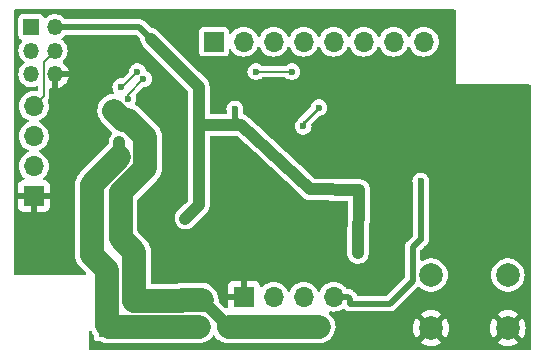
<source format=gbl>
G04 #@! TF.GenerationSoftware,KiCad,Pcbnew,7.0.1-3b83917a11~172~ubuntu20.04.1*
G04 #@! TF.CreationDate,2023-03-25T03:05:00+01:00*
G04 #@! TF.ProjectId,C64Saver2-addon,43363453-6176-4657-9232-2d6164646f6e,1.4*
G04 #@! TF.SameCoordinates,Original*
G04 #@! TF.FileFunction,Copper,L2,Bot*
G04 #@! TF.FilePolarity,Positive*
%FSLAX46Y46*%
G04 Gerber Fmt 4.6, Leading zero omitted, Abs format (unit mm)*
G04 Created by KiCad (PCBNEW 7.0.1-3b83917a11~172~ubuntu20.04.1) date 2023-03-25 03:05:00*
%MOMM*%
%LPD*%
G01*
G04 APERTURE LIST*
G04 #@! TA.AperFunction,ComponentPad*
%ADD10C,2.000000*%
G04 #@! TD*
G04 #@! TA.AperFunction,ComponentPad*
%ADD11R,1.700000X1.700000*%
G04 #@! TD*
G04 #@! TA.AperFunction,ComponentPad*
%ADD12O,1.700000X1.700000*%
G04 #@! TD*
G04 #@! TA.AperFunction,ComponentPad*
%ADD13R,1.350000X1.350000*%
G04 #@! TD*
G04 #@! TA.AperFunction,ComponentPad*
%ADD14O,1.350000X1.350000*%
G04 #@! TD*
G04 #@! TA.AperFunction,ViaPad*
%ADD15C,0.600000*%
G04 #@! TD*
G04 #@! TA.AperFunction,Conductor*
%ADD16C,0.500000*%
G04 #@! TD*
G04 #@! TA.AperFunction,Conductor*
%ADD17C,1.000000*%
G04 #@! TD*
G04 #@! TA.AperFunction,Conductor*
%ADD18C,0.250000*%
G04 #@! TD*
G04 #@! TA.AperFunction,Conductor*
%ADD19C,0.127000*%
G04 #@! TD*
G04 #@! TA.AperFunction,Conductor*
%ADD20C,2.000000*%
G04 #@! TD*
G04 APERTURE END LIST*
D10*
X182372000Y-110617000D03*
X175872000Y-110617000D03*
X182372000Y-106117000D03*
X175872000Y-106117000D03*
D11*
X142240000Y-99441000D03*
D12*
X142240000Y-96901000D03*
X142240000Y-94361000D03*
X142240000Y-91821000D03*
D11*
X157480000Y-86360000D03*
D12*
X160020000Y-86360000D03*
X162560000Y-86360000D03*
X165100000Y-86360000D03*
X167640000Y-86360000D03*
X170180000Y-86360000D03*
X172720000Y-86360000D03*
X175260000Y-86360000D03*
D11*
X148590000Y-110490000D03*
D12*
X151130000Y-110490000D03*
X153670000Y-110490000D03*
X156210000Y-110490000D03*
X158750000Y-110490000D03*
X161290000Y-110490000D03*
X163830000Y-110490000D03*
X166370000Y-110490000D03*
D11*
X160020000Y-107950000D03*
D12*
X162560000Y-107950000D03*
X165100000Y-107950000D03*
X167640000Y-107950000D03*
D13*
X142018000Y-85122000D03*
D14*
X144018000Y-85122000D03*
X142018000Y-87122000D03*
X144018000Y-87122000D03*
X142018000Y-89122000D03*
X144018000Y-89122000D03*
D15*
X152146000Y-86106000D03*
X159250326Y-92075000D03*
X169672000Y-104267000D03*
X156210000Y-94488000D03*
X169799000Y-98933000D03*
X155067000Y-101346000D03*
X166370000Y-91948000D03*
X165039058Y-93532942D03*
X161036000Y-88900000D03*
X164084000Y-88900000D03*
X150202809Y-91195548D03*
X151522215Y-89523785D03*
X149479000Y-94869000D03*
X149479000Y-96139000D03*
X149796283Y-92964000D03*
X149034283Y-92202000D03*
X159766000Y-89916000D03*
X153187400Y-84836000D03*
X163576000Y-98806000D03*
X165481000Y-95250000D03*
X164084000Y-99314000D03*
X154813000Y-94869000D03*
X165100000Y-96266000D03*
X157607000Y-94996000D03*
X154686000Y-96647000D03*
X154813000Y-91440000D03*
X158750000Y-95123000D03*
X159367898Y-99204102D03*
X172654000Y-104714000D03*
X160404486Y-98570729D03*
X153924000Y-103505000D03*
X175006000Y-103060500D03*
X175006000Y-98171000D03*
X151003000Y-88900000D03*
X149606000Y-90170000D03*
D16*
X144018000Y-85122000D02*
X151162000Y-85122000D01*
X159250326Y-92892826D02*
X159766000Y-93408500D01*
D17*
X156210000Y-93408500D02*
X156210000Y-100203000D01*
X156210000Y-90170000D02*
X156210000Y-92202000D01*
X165633400Y-98882200D02*
X159766000Y-93408500D01*
X169799000Y-98933000D02*
X169672000Y-104267000D01*
D16*
X159250326Y-92075000D02*
X159250326Y-92892826D01*
D17*
X169799000Y-98933000D02*
X165633400Y-98882200D01*
X156210000Y-92202000D02*
X156210000Y-93408500D01*
X156210000Y-93408500D02*
X156210000Y-93027500D01*
X152146000Y-86106000D02*
X156210000Y-90170000D01*
X156210000Y-100203000D02*
X155067000Y-101346000D01*
X156210000Y-93408500D02*
X159766000Y-93408500D01*
D16*
X151162000Y-85122000D02*
X152146000Y-86106000D01*
D18*
X165039058Y-93532942D02*
X165039058Y-93278942D01*
X165039058Y-93278942D02*
X166370000Y-91948000D01*
D19*
X144018000Y-87122000D02*
X143079500Y-88060500D01*
X143079500Y-90981500D02*
X142240000Y-91821000D01*
X164084000Y-88900000D02*
X161036000Y-88900000D01*
X143079500Y-88060500D02*
X143079500Y-90981500D01*
X151522215Y-89523785D02*
X150202809Y-90843191D01*
X150202809Y-90843191D02*
X150202809Y-91195548D01*
D20*
X147151989Y-104416274D02*
X148422499Y-105686784D01*
X156210000Y-110490000D02*
X153670000Y-110490000D01*
X151130000Y-110490000D02*
X148590000Y-110490000D01*
X148422499Y-105686784D02*
X148422499Y-110322499D01*
X153670000Y-110490000D02*
X151130000Y-110490000D01*
D17*
X149479000Y-94869000D02*
X149479000Y-96139000D01*
D20*
X148422499Y-110322499D02*
X148590000Y-110490000D01*
X147151989Y-98466011D02*
X147151989Y-104416274D01*
X149479000Y-96139000D02*
X147151989Y-98466011D01*
X149606000Y-99123283D02*
X151679010Y-97050273D01*
X156464000Y-108204000D02*
X154813000Y-108204000D01*
X150220547Y-92964000D02*
X149796283Y-92964000D01*
X150749000Y-104140000D02*
X149606000Y-102997000D01*
X154813000Y-108204000D02*
X154727000Y-108290000D01*
X154727000Y-108290000D02*
X150749000Y-108290000D01*
X149796283Y-92964000D02*
X149034283Y-92202000D01*
X166370000Y-110490000D02*
X163830000Y-110490000D01*
X151679010Y-97050273D02*
X151679010Y-94422463D01*
X151679010Y-94422463D02*
X150220547Y-92964000D01*
X150749000Y-108290000D02*
X150749000Y-104140000D01*
D17*
X158750000Y-110490000D02*
X156464000Y-108204000D01*
D20*
X163830000Y-110490000D02*
X161290000Y-110490000D01*
X161290000Y-110490000D02*
X158750000Y-110490000D01*
X149606000Y-102997000D02*
X149606000Y-99123283D01*
D16*
X174307500Y-106614314D02*
X172371823Y-108549991D01*
X174307500Y-103759000D02*
X174307500Y-106614314D01*
X175006000Y-98171000D02*
X175006000Y-103060500D01*
X175006000Y-103060500D02*
X174307500Y-103759000D01*
X168842081Y-107950000D02*
X167640000Y-107950000D01*
X169037000Y-108144919D02*
X168842081Y-107950000D01*
X172371823Y-108549991D02*
X169037000Y-108549991D01*
X169037000Y-108549991D02*
X169037000Y-108144919D01*
D19*
X151003000Y-88900000D02*
X149733000Y-90170000D01*
X149733000Y-90170000D02*
X149606000Y-90170000D01*
G04 #@! TA.AperFunction,Conductor*
G36*
X177915500Y-83658381D02*
G01*
X177961619Y-83704500D01*
X177978500Y-83767500D01*
X177978500Y-89870470D01*
X177976586Y-89892350D01*
X177974875Y-89902047D01*
X177976586Y-89911746D01*
X177978128Y-89929373D01*
X177982707Y-89946467D01*
X177984418Y-89956171D01*
X177987935Y-89962262D01*
X177992452Y-89967645D01*
X178000982Y-89972570D01*
X178018972Y-89985167D01*
X178026518Y-89991499D01*
X178026519Y-89991499D01*
X178026520Y-89991500D01*
X178026521Y-89991500D01*
X178033123Y-89993903D01*
X178040047Y-89995124D01*
X178040047Y-89995123D01*
X178040048Y-89995124D01*
X178049746Y-89993413D01*
X178071625Y-89991500D01*
X184202500Y-89991500D01*
X184265500Y-90008381D01*
X184311619Y-90054500D01*
X184328500Y-90117500D01*
X184328500Y-112320500D01*
X184311619Y-112383500D01*
X184265500Y-112429619D01*
X184202500Y-112446500D01*
X147013500Y-112446500D01*
X146950500Y-112429619D01*
X146904381Y-112383500D01*
X146887500Y-112320500D01*
X146887500Y-110932930D01*
X146905375Y-110868239D01*
X146953927Y-110821903D01*
X147019382Y-110807067D01*
X147083167Y-110827942D01*
X147127187Y-110878605D01*
X147144608Y-110915062D01*
X147145736Y-110917488D01*
X147188412Y-111011899D01*
X147191587Y-111016597D01*
X147200881Y-111032827D01*
X147203324Y-111037940D01*
X147263156Y-111122537D01*
X147264677Y-111124737D01*
X147309892Y-111191635D01*
X147325977Y-111225296D01*
X147331500Y-111262191D01*
X147331500Y-111372146D01*
X147339701Y-111423925D01*
X147346651Y-111467807D01*
X147368429Y-111510549D01*
X147405398Y-111583105D01*
X147496894Y-111674601D01*
X147496896Y-111674602D01*
X147496897Y-111674603D01*
X147612193Y-111733349D01*
X147707851Y-111748500D01*
X147917393Y-111748499D01*
X147970063Y-111762812D01*
X147970495Y-111761669D01*
X147985830Y-111767456D01*
X148002792Y-111775341D01*
X148007740Y-111778105D01*
X148105464Y-111812633D01*
X148107879Y-111813515D01*
X148204850Y-111850111D01*
X148210414Y-111851187D01*
X148228459Y-111856090D01*
X148233806Y-111857980D01*
X148333758Y-111875118D01*
X148335915Y-111875488D01*
X148338546Y-111875968D01*
X148365189Y-111881120D01*
X148440250Y-111895638D01*
X148445922Y-111895758D01*
X148464529Y-111897541D01*
X148470119Y-111898500D01*
X148573704Y-111898500D01*
X148576377Y-111898527D01*
X148679957Y-111900727D01*
X148683013Y-111900269D01*
X148685564Y-111899888D01*
X148704214Y-111898500D01*
X156269828Y-111898500D01*
X156448898Y-111883259D01*
X156478743Y-111875488D01*
X156680924Y-111822844D01*
X156899402Y-111724086D01*
X157098047Y-111589825D01*
X157271144Y-111423925D01*
X157378469Y-111278811D01*
X157425447Y-111240050D01*
X157485120Y-111227851D01*
X157543543Y-111245066D01*
X157587065Y-111287675D01*
X157613477Y-111330571D01*
X157771878Y-111510549D01*
X157861734Y-111583103D01*
X157958424Y-111661175D01*
X158063081Y-111719639D01*
X158167741Y-111778106D01*
X158294362Y-111822844D01*
X158393806Y-111857980D01*
X158630119Y-111898500D01*
X161170119Y-111898500D01*
X161349827Y-111898500D01*
X163710119Y-111898500D01*
X163889827Y-111898500D01*
X166429827Y-111898500D01*
X166429828Y-111898500D01*
X166608898Y-111883259D01*
X166638743Y-111875488D01*
X166736239Y-111850102D01*
X174998107Y-111850102D01*
X175185261Y-111964791D01*
X175404559Y-112055627D01*
X175635366Y-112111039D01*
X175872000Y-112129662D01*
X176108633Y-112111039D01*
X176339440Y-112055627D01*
X176558738Y-111964791D01*
X176745891Y-111850102D01*
X181498107Y-111850102D01*
X181685261Y-111964791D01*
X181904559Y-112055627D01*
X182135366Y-112111039D01*
X182372000Y-112129662D01*
X182608633Y-112111039D01*
X182839440Y-112055627D01*
X183058738Y-111964791D01*
X183245891Y-111850102D01*
X183245892Y-111850101D01*
X182372001Y-110976210D01*
X182372000Y-110976210D01*
X181498107Y-111850101D01*
X181498107Y-111850102D01*
X176745891Y-111850102D01*
X176745892Y-111850101D01*
X175872001Y-110976210D01*
X175872000Y-110976210D01*
X174998107Y-111850101D01*
X174998107Y-111850102D01*
X166736239Y-111850102D01*
X166840924Y-111822844D01*
X167059402Y-111724086D01*
X167258047Y-111589825D01*
X167431144Y-111423925D01*
X167573715Y-111231157D01*
X167681657Y-111017067D01*
X167751864Y-110787815D01*
X167773738Y-110617000D01*
X174359337Y-110617000D01*
X174377960Y-110853633D01*
X174433372Y-111084440D01*
X174524208Y-111303738D01*
X174638896Y-111490891D01*
X174638897Y-111490891D01*
X175512789Y-110617001D01*
X176231210Y-110617001D01*
X177105101Y-111490892D01*
X177105102Y-111490891D01*
X177219791Y-111303738D01*
X177310627Y-111084440D01*
X177366039Y-110853633D01*
X177384662Y-110617000D01*
X180859337Y-110617000D01*
X180877960Y-110853633D01*
X180933372Y-111084440D01*
X181024208Y-111303738D01*
X181138896Y-111490891D01*
X181138897Y-111490891D01*
X182012789Y-110617001D01*
X182731210Y-110617001D01*
X183605101Y-111490892D01*
X183605102Y-111490891D01*
X183719791Y-111303738D01*
X183810627Y-111084440D01*
X183866039Y-110853633D01*
X183884662Y-110617000D01*
X183866039Y-110380366D01*
X183810627Y-110149559D01*
X183719791Y-109930261D01*
X183605102Y-109743107D01*
X183605101Y-109743107D01*
X182731210Y-110617000D01*
X182731210Y-110617001D01*
X182012789Y-110617001D01*
X182012790Y-110617000D01*
X182012790Y-110616999D01*
X181138898Y-109743107D01*
X181138896Y-109743107D01*
X181024207Y-109930264D01*
X180933372Y-110149559D01*
X180877960Y-110380366D01*
X180859337Y-110617000D01*
X177384662Y-110617000D01*
X177366039Y-110380366D01*
X177310627Y-110149559D01*
X177219791Y-109930261D01*
X177105102Y-109743107D01*
X177105101Y-109743107D01*
X176231210Y-110617000D01*
X176231210Y-110617001D01*
X175512789Y-110617001D01*
X175512790Y-110617000D01*
X175512790Y-110616999D01*
X174638898Y-109743107D01*
X174638896Y-109743107D01*
X174524207Y-109930264D01*
X174433372Y-110149559D01*
X174377960Y-110380366D01*
X174359337Y-110617000D01*
X167773738Y-110617000D01*
X167782318Y-110549995D01*
X167772143Y-110310449D01*
X167721630Y-110076068D01*
X167632233Y-109853596D01*
X167506524Y-109649431D01*
X167506523Y-109649430D01*
X167506522Y-109649428D01*
X167348120Y-109469450D01*
X167264567Y-109401984D01*
X167251679Y-109383898D01*
X174998107Y-109383898D01*
X175871999Y-110257790D01*
X175872000Y-110257790D01*
X176745890Y-109383898D01*
X181498107Y-109383898D01*
X182371999Y-110257790D01*
X182372000Y-110257790D01*
X183245891Y-109383897D01*
X183245891Y-109383896D01*
X183058738Y-109269208D01*
X182839440Y-109178372D01*
X182608633Y-109122960D01*
X182372000Y-109104337D01*
X182135366Y-109122960D01*
X181904559Y-109178372D01*
X181685264Y-109269207D01*
X181498107Y-109383896D01*
X181498107Y-109383898D01*
X176745890Y-109383898D01*
X176745891Y-109383897D01*
X176745891Y-109383896D01*
X176558738Y-109269208D01*
X176339440Y-109178372D01*
X176108633Y-109122960D01*
X175872000Y-109104337D01*
X175635366Y-109122960D01*
X175404559Y-109178372D01*
X175185264Y-109269207D01*
X174998107Y-109383896D01*
X174998107Y-109383898D01*
X167251679Y-109383898D01*
X167225220Y-109346766D01*
X167220188Y-109279151D01*
X167250928Y-109218717D01*
X167308538Y-109182964D01*
X167376334Y-109182246D01*
X167420629Y-109194115D01*
X167640000Y-109213307D01*
X167859371Y-109194115D01*
X167860036Y-109193937D01*
X167907424Y-109181239D01*
X168072076Y-109137120D01*
X168271654Y-109044056D01*
X168375932Y-108971039D01*
X168436489Y-108948798D01*
X168500119Y-108959445D01*
X168550138Y-109000191D01*
X168553158Y-109004348D01*
X168598254Y-109041654D01*
X168604190Y-109046886D01*
X168646867Y-109086963D01*
X168652087Y-109089833D01*
X168654781Y-109091314D01*
X168674394Y-109104642D01*
X168681354Y-109110400D01*
X168698294Y-109118371D01*
X168734320Y-109135324D01*
X168741374Y-109138918D01*
X168749112Y-109143172D01*
X168792663Y-109167115D01*
X168801405Y-109169359D01*
X168823718Y-109177392D01*
X168831895Y-109181240D01*
X168889414Y-109192211D01*
X168897116Y-109193933D01*
X168953812Y-109208491D01*
X168962844Y-109208491D01*
X168986452Y-109210722D01*
X168995324Y-109212415D01*
X168995324Y-109212414D01*
X168995325Y-109212415D01*
X169053735Y-109208740D01*
X169061648Y-109208491D01*
X172285212Y-109208491D01*
X172306697Y-109210862D01*
X172309357Y-109210778D01*
X172309360Y-109210779D01*
X172380192Y-109208552D01*
X172384150Y-109208491D01*
X172413257Y-109208491D01*
X172417648Y-109207936D01*
X172429485Y-109207003D01*
X172475654Y-109205553D01*
X172487235Y-109202188D01*
X172496241Y-109199572D01*
X172515603Y-109195561D01*
X172536887Y-109192873D01*
X172579855Y-109175860D01*
X172591054Y-109172026D01*
X172635423Y-109159136D01*
X172653887Y-109148215D01*
X172671630Y-109139523D01*
X172691579Y-109131626D01*
X172728971Y-109104457D01*
X172738848Y-109097969D01*
X172778630Y-109074444D01*
X172793797Y-109059276D01*
X172808829Y-109046438D01*
X172826177Y-109033834D01*
X172826176Y-109033834D01*
X172826180Y-109033832D01*
X172855635Y-108998224D01*
X172863604Y-108989468D01*
X174711887Y-107141185D01*
X174733477Y-107123891D01*
X174739900Y-107119816D01*
X174794655Y-107100856D01*
X174852106Y-107108408D01*
X174900100Y-107140872D01*
X174914780Y-107156818D01*
X175098983Y-107300190D01*
X175304273Y-107411287D01*
X175525049Y-107487080D01*
X175755288Y-107525500D01*
X175988709Y-107525500D01*
X175988712Y-107525500D01*
X176218951Y-107487080D01*
X176439727Y-107411287D01*
X176645017Y-107300190D01*
X176829220Y-107156818D01*
X176987314Y-106985083D01*
X177114984Y-106789669D01*
X177208749Y-106575907D01*
X177266051Y-106349626D01*
X177285327Y-106117000D01*
X180958673Y-106117000D01*
X180977949Y-106349626D01*
X180977949Y-106349629D01*
X180977950Y-106349630D01*
X181035250Y-106575905D01*
X181129016Y-106789669D01*
X181172315Y-106855944D01*
X181256686Y-106985083D01*
X181414780Y-107156818D01*
X181598983Y-107300190D01*
X181804273Y-107411287D01*
X182025049Y-107487080D01*
X182255288Y-107525500D01*
X182488709Y-107525500D01*
X182488712Y-107525500D01*
X182718951Y-107487080D01*
X182939727Y-107411287D01*
X183145017Y-107300190D01*
X183329220Y-107156818D01*
X183487314Y-106985083D01*
X183614984Y-106789669D01*
X183708749Y-106575907D01*
X183766051Y-106349626D01*
X183785327Y-106117000D01*
X183766051Y-105884374D01*
X183708749Y-105658093D01*
X183614984Y-105444331D01*
X183487314Y-105248917D01*
X183329220Y-105077182D01*
X183145017Y-104933810D01*
X183092032Y-104905136D01*
X182939726Y-104822712D01*
X182790275Y-104771405D01*
X182718951Y-104746920D01*
X182488712Y-104708500D01*
X182255288Y-104708500D01*
X182025049Y-104746920D01*
X182025046Y-104746920D01*
X182025046Y-104746921D01*
X181804273Y-104822712D01*
X181598984Y-104933809D01*
X181414779Y-105077182D01*
X181256684Y-105248919D01*
X181129016Y-105444330D01*
X181035250Y-105658094D01*
X180978701Y-105881405D01*
X180977949Y-105884374D01*
X180958673Y-106117000D01*
X177285327Y-106117000D01*
X177266051Y-105884374D01*
X177208749Y-105658093D01*
X177114984Y-105444331D01*
X176987314Y-105248917D01*
X176829220Y-105077182D01*
X176645017Y-104933810D01*
X176592032Y-104905136D01*
X176439726Y-104822712D01*
X176290275Y-104771405D01*
X176218951Y-104746920D01*
X175988712Y-104708500D01*
X175755288Y-104708500D01*
X175525049Y-104746920D01*
X175525046Y-104746920D01*
X175525046Y-104746921D01*
X175304273Y-104822712D01*
X175241712Y-104856569D01*
X175151967Y-104905136D01*
X175089396Y-104920295D01*
X175027503Y-104902563D01*
X174982449Y-104856569D01*
X174966000Y-104794322D01*
X174966000Y-104083951D01*
X174975591Y-104035733D01*
X175002904Y-103994856D01*
X175029641Y-103968118D01*
X175268362Y-103729396D01*
X175298899Y-103706926D01*
X175411430Y-103647867D01*
X175540215Y-103533773D01*
X175637954Y-103392175D01*
X175698965Y-103231301D01*
X175719704Y-103060500D01*
X175698965Y-102889699D01*
X175672688Y-102820412D01*
X175664500Y-102775732D01*
X175664500Y-98455768D01*
X175672688Y-98411088D01*
X175697323Y-98346130D01*
X175698965Y-98341801D01*
X175719704Y-98171000D01*
X175698965Y-98000199D01*
X175678696Y-97946753D01*
X175637955Y-97839327D01*
X175637954Y-97839325D01*
X175540215Y-97697727D01*
X175411430Y-97583633D01*
X175318562Y-97534892D01*
X175259085Y-97503676D01*
X175259084Y-97503675D01*
X175259083Y-97503675D01*
X175092028Y-97462500D01*
X174919972Y-97462500D01*
X174752917Y-97503675D01*
X174752916Y-97503675D01*
X174752914Y-97503676D01*
X174600571Y-97583632D01*
X174545373Y-97632533D01*
X174471785Y-97697727D01*
X174439205Y-97744926D01*
X174374044Y-97839327D01*
X174313034Y-98000199D01*
X174292296Y-98171000D01*
X174313034Y-98341800D01*
X174339312Y-98411088D01*
X174347500Y-98455768D01*
X174347500Y-102735550D01*
X174337909Y-102783768D01*
X174310595Y-102824646D01*
X173903109Y-103232129D01*
X173886241Y-103245643D01*
X173835894Y-103299257D01*
X173833144Y-103302095D01*
X173812570Y-103322670D01*
X173809843Y-103326185D01*
X173802150Y-103335191D01*
X173770527Y-103368868D01*
X173760190Y-103387668D01*
X173749344Y-103404179D01*
X173736195Y-103421131D01*
X173717850Y-103463524D01*
X173712630Y-103474179D01*
X173690376Y-103514660D01*
X173685042Y-103535435D01*
X173678639Y-103554135D01*
X173670120Y-103573820D01*
X173662893Y-103619452D01*
X173660486Y-103631073D01*
X173649000Y-103675811D01*
X173649000Y-103697259D01*
X173647449Y-103716970D01*
X173644094Y-103738152D01*
X173648441Y-103784138D01*
X173649000Y-103795996D01*
X173649000Y-106289364D01*
X173639409Y-106337582D01*
X173612095Y-106378459D01*
X172135968Y-107854586D01*
X172095091Y-107881900D01*
X172046873Y-107891491D01*
X169730526Y-107891491D01*
X169681707Y-107881649D01*
X169640514Y-107853661D01*
X169629605Y-107836869D01*
X169627992Y-107838042D01*
X169618635Y-107825164D01*
X169618635Y-107825163D01*
X169591473Y-107787779D01*
X169584964Y-107777869D01*
X169561453Y-107738112D01*
X169546288Y-107722947D01*
X169533447Y-107707913D01*
X169520840Y-107690561D01*
X169485246Y-107661115D01*
X169476467Y-107653126D01*
X169368955Y-107545614D01*
X169355437Y-107528742D01*
X169301823Y-107478395D01*
X169299011Y-107475670D01*
X169278414Y-107455073D01*
X169274909Y-107452354D01*
X169265884Y-107444646D01*
X169232212Y-107413026D01*
X169213419Y-107402694D01*
X169196898Y-107391842D01*
X169179951Y-107378697D01*
X169144674Y-107363431D01*
X169137540Y-107360343D01*
X169126899Y-107355130D01*
X169086418Y-107332876D01*
X169086415Y-107332875D01*
X169065649Y-107327543D01*
X169046945Y-107321139D01*
X169027259Y-107312620D01*
X168981633Y-107305394D01*
X168970009Y-107302987D01*
X168953261Y-107298687D01*
X168925269Y-107291500D01*
X168925268Y-107291500D01*
X168903822Y-107291500D01*
X168884113Y-107289949D01*
X168862929Y-107286594D01*
X168862928Y-107286594D01*
X168842851Y-107288491D01*
X168816940Y-107290941D01*
X168805085Y-107291500D01*
X168780849Y-107291500D01*
X168722669Y-107277263D01*
X168677636Y-107237771D01*
X168631912Y-107172471D01*
X168607749Y-107137962D01*
X168607748Y-107137961D01*
X168607746Y-107137958D01*
X168452041Y-106982253D01*
X168271653Y-106855943D01*
X168072074Y-106762879D01*
X167859375Y-106705885D01*
X167640000Y-106686693D01*
X167420624Y-106705885D01*
X167207925Y-106762879D01*
X167008347Y-106855943D01*
X166827958Y-106982253D01*
X166672253Y-107137958D01*
X166545944Y-107318345D01*
X166484195Y-107450769D01*
X166437700Y-107503786D01*
X166370000Y-107523519D01*
X166302300Y-107503786D01*
X166255805Y-107450769D01*
X166237394Y-107411287D01*
X166194056Y-107318347D01*
X166184986Y-107305394D01*
X166067746Y-107137958D01*
X165912041Y-106982253D01*
X165731653Y-106855943D01*
X165532074Y-106762879D01*
X165319375Y-106705885D01*
X165100000Y-106686693D01*
X164880624Y-106705885D01*
X164667925Y-106762879D01*
X164468347Y-106855943D01*
X164287958Y-106982253D01*
X164132253Y-107137958D01*
X164005944Y-107318345D01*
X163944195Y-107450769D01*
X163897700Y-107503786D01*
X163830000Y-107523519D01*
X163762300Y-107503786D01*
X163715805Y-107450769D01*
X163697394Y-107411287D01*
X163654056Y-107318347D01*
X163644986Y-107305394D01*
X163527746Y-107137958D01*
X163372041Y-106982253D01*
X163191653Y-106855943D01*
X162992074Y-106762879D01*
X162779375Y-106705885D01*
X162560000Y-106686693D01*
X162340624Y-106705885D01*
X162127925Y-106762879D01*
X161928347Y-106855943D01*
X161747958Y-106982253D01*
X161593095Y-107137117D01*
X161542936Y-107167855D01*
X161484289Y-107172471D01*
X161429939Y-107149958D01*
X161391733Y-107105225D01*
X161380382Y-107057947D01*
X161378722Y-107058126D01*
X161371494Y-106990906D01*
X161320445Y-106854037D01*
X161232904Y-106737095D01*
X161115962Y-106649554D01*
X160979093Y-106598505D01*
X160918589Y-106592000D01*
X160274000Y-106592000D01*
X160274000Y-108078000D01*
X160257119Y-108141000D01*
X160211000Y-108187119D01*
X160148000Y-108204000D01*
X158662000Y-108204000D01*
X158662000Y-108812997D01*
X158648267Y-108870200D01*
X158610061Y-108914933D01*
X158555711Y-108937446D01*
X158497064Y-108932830D01*
X158446905Y-108902092D01*
X157912396Y-108367583D01*
X157882249Y-108319197D01*
X157877745Y-108274669D01*
X157876774Y-108274711D01*
X157866143Y-108024451D01*
X157823193Y-107825163D01*
X157815630Y-107790068D01*
X157777830Y-107696000D01*
X158662000Y-107696000D01*
X159766000Y-107696000D01*
X159766000Y-106592000D01*
X159121411Y-106592000D01*
X159060906Y-106598505D01*
X158924037Y-106649554D01*
X158807095Y-106737095D01*
X158719554Y-106854037D01*
X158668505Y-106990906D01*
X158662000Y-107051411D01*
X158662000Y-107696000D01*
X157777830Y-107696000D01*
X157726233Y-107567596D01*
X157600524Y-107363431D01*
X157600523Y-107363430D01*
X157600522Y-107363428D01*
X157442121Y-107183450D01*
X157255576Y-107032825D01*
X157046258Y-106915893D01*
X156820198Y-106836021D01*
X156820195Y-106836020D01*
X156820194Y-106836020D01*
X156583881Y-106795500D01*
X156583879Y-106795500D01*
X154861870Y-106795500D01*
X154853853Y-106795245D01*
X154834005Y-106793979D01*
X154782996Y-106790727D01*
X154782994Y-106790727D01*
X154680008Y-106801698D01*
X154677347Y-106801953D01*
X154574100Y-106810740D01*
X154568602Y-106812172D01*
X154550228Y-106815523D01*
X154544592Y-106816124D01*
X154544586Y-106816125D01*
X154544583Y-106816126D01*
X154474328Y-106836020D01*
X154444924Y-106844346D01*
X154442347Y-106845046D01*
X154331702Y-106873857D01*
X154331478Y-106873000D01*
X154292037Y-106881500D01*
X152283500Y-106881500D01*
X152220500Y-106864619D01*
X152174381Y-106818500D01*
X152157500Y-106755500D01*
X152157500Y-104188869D01*
X152157755Y-104180852D01*
X152157797Y-104180188D01*
X152162273Y-104109996D01*
X152151300Y-104007000D01*
X152151045Y-104004336D01*
X152142259Y-103901103D01*
X152140831Y-103895618D01*
X152137473Y-103877213D01*
X152136874Y-103871583D01*
X152108624Y-103771822D01*
X152107976Y-103769441D01*
X152081844Y-103669076D01*
X152079508Y-103663909D01*
X152073089Y-103646335D01*
X152071548Y-103640893D01*
X152071548Y-103640892D01*
X152026850Y-103547353D01*
X152025801Y-103545096D01*
X151983086Y-103450598D01*
X151979913Y-103445903D01*
X151970617Y-103429670D01*
X151968175Y-103424559D01*
X151908333Y-103339948D01*
X151906859Y-103337817D01*
X151848825Y-103251953D01*
X151844905Y-103247863D01*
X151832996Y-103233430D01*
X151829728Y-103228809D01*
X151756460Y-103155541D01*
X151754636Y-103153678D01*
X151682925Y-103078856D01*
X151678369Y-103075486D01*
X151664198Y-103063279D01*
X151051404Y-102450484D01*
X151024091Y-102409607D01*
X151014500Y-102361389D01*
X151014500Y-99758893D01*
X151024091Y-99710675D01*
X151051402Y-99669800D01*
X152640446Y-98080755D01*
X152646249Y-98075311D01*
X152699561Y-98028392D01*
X152764670Y-97947755D01*
X152766307Y-97945771D01*
X152833119Y-97866529D01*
X152835987Y-97861641D01*
X152846625Y-97846257D01*
X152850185Y-97841849D01*
X152900780Y-97751276D01*
X152901969Y-97749200D01*
X152954467Y-97659742D01*
X152956468Y-97654436D01*
X152964358Y-97637467D01*
X152967115Y-97632533D01*
X153001635Y-97534830D01*
X153002532Y-97532378D01*
X153037026Y-97440978D01*
X153039122Y-97435423D01*
X153040198Y-97429856D01*
X153045102Y-97411807D01*
X153046990Y-97406467D01*
X153064507Y-97304303D01*
X153064964Y-97301800D01*
X153084648Y-97200023D01*
X153084768Y-97194350D01*
X153086551Y-97175742D01*
X153087510Y-97170154D01*
X153087510Y-97066569D01*
X153087538Y-97063895D01*
X153089737Y-96960315D01*
X153088898Y-96954709D01*
X153087510Y-96936058D01*
X153087510Y-94471332D01*
X153087765Y-94463315D01*
X153089060Y-94443000D01*
X153092283Y-94392459D01*
X153081310Y-94289463D01*
X153081055Y-94286799D01*
X153072269Y-94183566D01*
X153070841Y-94178081D01*
X153067483Y-94159676D01*
X153066884Y-94154046D01*
X153038634Y-94054285D01*
X153037986Y-94051904D01*
X153011854Y-93951539D01*
X153009518Y-93946372D01*
X153003099Y-93928798D01*
X153001558Y-93923356D01*
X153001558Y-93923355D01*
X152956860Y-93829816D01*
X152955811Y-93827559D01*
X152913096Y-93733061D01*
X152909923Y-93728366D01*
X152900627Y-93712133D01*
X152898185Y-93707022D01*
X152838343Y-93622411D01*
X152836869Y-93620280D01*
X152778835Y-93534416D01*
X152774915Y-93530326D01*
X152763006Y-93515893D01*
X152759738Y-93511272D01*
X152686470Y-93438004D01*
X152684646Y-93436141D01*
X152643539Y-93393251D01*
X152612935Y-93361319D01*
X152608371Y-93357943D01*
X152594205Y-93345739D01*
X151251067Y-92002600D01*
X151245578Y-91996750D01*
X151198670Y-91943452D01*
X151118055Y-91878359D01*
X151115994Y-91876658D01*
X151036802Y-91809890D01*
X151031918Y-91807024D01*
X151016537Y-91796389D01*
X151012119Y-91792822D01*
X150921662Y-91742289D01*
X150919342Y-91740961D01*
X150871109Y-91712657D01*
X150823826Y-91663510D01*
X150809077Y-91596925D01*
X150831184Y-91532408D01*
X150831205Y-91532376D01*
X150834763Y-91527223D01*
X150895774Y-91366349D01*
X150916513Y-91195548D01*
X150895774Y-91024747D01*
X150867738Y-90950821D01*
X150859577Y-90903609D01*
X150869634Y-90856758D01*
X150896453Y-90817053D01*
X151444318Y-90269189D01*
X151485196Y-90241876D01*
X151533414Y-90232285D01*
X151608241Y-90232285D01*
X151608243Y-90232285D01*
X151775298Y-90191110D01*
X151927645Y-90111152D01*
X152056430Y-89997058D01*
X152154169Y-89855460D01*
X152215180Y-89694586D01*
X152235919Y-89523785D01*
X152215180Y-89352984D01*
X152154169Y-89192110D01*
X152056430Y-89050512D01*
X151927645Y-88936418D01*
X151775298Y-88856460D01*
X151765623Y-88851382D01*
X151720483Y-88811391D01*
X151699098Y-88755002D01*
X151695965Y-88729199D01*
X151634955Y-88568327D01*
X151621730Y-88549167D01*
X151537215Y-88426727D01*
X151408430Y-88312633D01*
X151256083Y-88232675D01*
X151089028Y-88191500D01*
X150916972Y-88191500D01*
X150749917Y-88232675D01*
X150749916Y-88232675D01*
X150749914Y-88232676D01*
X150597571Y-88312632D01*
X150597569Y-88312633D01*
X150597570Y-88312633D01*
X150468785Y-88426727D01*
X150436205Y-88473926D01*
X150371044Y-88568327D01*
X150310034Y-88729199D01*
X150288152Y-88909415D01*
X150276356Y-88949386D01*
X150252167Y-88983322D01*
X149808034Y-89427456D01*
X149752777Y-89459732D01*
X149707327Y-89460421D01*
X149707327Y-89461500D01*
X149692028Y-89461500D01*
X149519972Y-89461500D01*
X149352917Y-89502675D01*
X149352916Y-89502675D01*
X149352914Y-89502676D01*
X149200571Y-89582632D01*
X149071786Y-89696726D01*
X148974044Y-89838327D01*
X148913034Y-89999199D01*
X148892296Y-90169999D01*
X148892296Y-90170000D01*
X148894180Y-90185513D01*
X148913034Y-90340800D01*
X148974046Y-90501675D01*
X149037665Y-90593842D01*
X149059371Y-90653145D01*
X149049576Y-90715531D01*
X149010742Y-90765329D01*
X148952623Y-90790031D01*
X148707205Y-90826768D01*
X148479490Y-90901827D01*
X148267747Y-91014286D01*
X148078043Y-91160919D01*
X147915855Y-91337496D01*
X147785842Y-91538944D01*
X147691744Y-91759471D01*
X147636267Y-91992727D01*
X147621010Y-92232006D01*
X147646407Y-92470415D01*
X147711735Y-92701110D01*
X147815106Y-92917439D01*
X147937859Y-93091000D01*
X147953554Y-93113191D01*
X148765784Y-93925421D01*
X148771245Y-93931241D01*
X148784571Y-93946382D01*
X148818165Y-93984552D01*
X148850605Y-94010746D01*
X148889810Y-94065572D01*
X148895145Y-94132761D01*
X148865086Y-94193088D01*
X148739958Y-94332057D01*
X148644472Y-94497443D01*
X148585458Y-94679070D01*
X148570500Y-94821393D01*
X148570500Y-95003389D01*
X148560909Y-95051607D01*
X148533595Y-95092484D01*
X146190587Y-97435491D01*
X146184740Y-97440978D01*
X146131439Y-97487890D01*
X146066351Y-97568498D01*
X146064652Y-97570557D01*
X145997876Y-97649759D01*
X145995006Y-97654650D01*
X145984383Y-97670014D01*
X145980814Y-97674433D01*
X145959247Y-97713041D01*
X145938468Y-97750238D01*
X145930300Y-97764859D01*
X145928971Y-97767178D01*
X145876530Y-97856543D01*
X145874523Y-97861861D01*
X145866652Y-97878794D01*
X145863885Y-97883747D01*
X145829373Y-97981422D01*
X145828457Y-97983930D01*
X145811678Y-98028393D01*
X145791907Y-98080786D01*
X145791875Y-98080870D01*
X145790797Y-98086442D01*
X145785900Y-98104461D01*
X145784009Y-98109812D01*
X145766504Y-98211899D01*
X145766025Y-98214526D01*
X145746350Y-98316263D01*
X145746230Y-98321929D01*
X145744449Y-98340527D01*
X145743489Y-98346129D01*
X145743489Y-98449715D01*
X145743461Y-98452389D01*
X145741262Y-98555972D01*
X145742101Y-98561575D01*
X145743489Y-98580225D01*
X145743489Y-104367404D01*
X145743234Y-104375421D01*
X145738716Y-104446280D01*
X145749689Y-104549284D01*
X145749944Y-104551946D01*
X145758729Y-104655171D01*
X145760158Y-104660658D01*
X145763512Y-104679046D01*
X145764113Y-104684689D01*
X145792351Y-104784407D01*
X145793052Y-104786988D01*
X145819144Y-104887196D01*
X145821479Y-104892362D01*
X145827896Y-104909928D01*
X145829440Y-104915381D01*
X145874098Y-105008837D01*
X145875226Y-105011263D01*
X145917902Y-105105674D01*
X145921077Y-105110372D01*
X145930369Y-105126598D01*
X145931435Y-105128829D01*
X145932814Y-105131715D01*
X145992646Y-105216312D01*
X145994167Y-105218512D01*
X146052162Y-105304319D01*
X146056082Y-105308409D01*
X146067982Y-105322830D01*
X146071260Y-105327465D01*
X146144572Y-105400777D01*
X146146350Y-105402593D01*
X146218064Y-105477418D01*
X146222620Y-105480788D01*
X146236790Y-105492995D01*
X146625200Y-105881405D01*
X146655938Y-105931564D01*
X146660554Y-105990211D01*
X146638041Y-106044561D01*
X146593308Y-106082767D01*
X146536105Y-106096500D01*
X140663500Y-106096500D01*
X140600500Y-106079619D01*
X140554381Y-106033500D01*
X140537500Y-105970500D01*
X140537500Y-99695000D01*
X140882000Y-99695000D01*
X140882000Y-100339589D01*
X140888505Y-100400093D01*
X140939554Y-100536962D01*
X141027095Y-100653904D01*
X141144037Y-100741445D01*
X141280906Y-100792494D01*
X141341411Y-100799000D01*
X141986000Y-100799000D01*
X141986000Y-99695000D01*
X142494000Y-99695000D01*
X142494000Y-100799000D01*
X143138589Y-100799000D01*
X143199093Y-100792494D01*
X143335962Y-100741445D01*
X143452904Y-100653904D01*
X143540445Y-100536962D01*
X143591494Y-100400093D01*
X143598000Y-100339589D01*
X143598000Y-99695000D01*
X142494000Y-99695000D01*
X141986000Y-99695000D01*
X140882000Y-99695000D01*
X140537500Y-99695000D01*
X140537500Y-99187000D01*
X140882000Y-99187000D01*
X143598000Y-99187000D01*
X143598000Y-98542411D01*
X143591494Y-98481906D01*
X143540445Y-98345037D01*
X143452904Y-98228095D01*
X143335962Y-98140554D01*
X143199093Y-98089505D01*
X143131874Y-98082278D01*
X143132052Y-98080617D01*
X143084775Y-98069267D01*
X143040042Y-98031061D01*
X143017529Y-97976711D01*
X143022145Y-97918064D01*
X143052883Y-97867905D01*
X143207746Y-97713041D01*
X143207749Y-97713038D01*
X143334056Y-97532654D01*
X143427120Y-97333076D01*
X143484115Y-97120371D01*
X143503307Y-96901000D01*
X143484115Y-96681629D01*
X143427120Y-96468924D01*
X143334056Y-96269347D01*
X143207749Y-96088962D01*
X143207748Y-96088961D01*
X143207746Y-96088958D01*
X143052041Y-95933253D01*
X142871653Y-95806943D01*
X142792707Y-95770130D01*
X142739230Y-95745194D01*
X142686213Y-95698700D01*
X142666480Y-95631000D01*
X142686213Y-95563300D01*
X142739230Y-95516805D01*
X142871654Y-95455056D01*
X143052038Y-95328749D01*
X143207749Y-95173038D01*
X143334056Y-94992654D01*
X143427120Y-94793076D01*
X143484115Y-94580371D01*
X143503307Y-94361000D01*
X143484115Y-94141629D01*
X143478402Y-94120309D01*
X143427120Y-93928925D01*
X143426803Y-93928246D01*
X143334056Y-93729347D01*
X143207749Y-93548962D01*
X143207748Y-93548961D01*
X143207746Y-93548958D01*
X143052041Y-93393253D01*
X142871653Y-93266943D01*
X142792707Y-93230130D01*
X142739230Y-93205194D01*
X142686213Y-93158700D01*
X142666480Y-93091000D01*
X142686213Y-93023300D01*
X142739230Y-92976805D01*
X142871654Y-92915056D01*
X143052038Y-92788749D01*
X143207749Y-92633038D01*
X143334056Y-92452654D01*
X143427120Y-92253076D01*
X143484115Y-92040371D01*
X143503307Y-91821000D01*
X143484115Y-91601629D01*
X143467318Y-91538944D01*
X143426450Y-91386424D01*
X143425363Y-91325564D01*
X143452933Y-91271298D01*
X143480655Y-91239307D01*
X143482138Y-91236058D01*
X143495886Y-91212886D01*
X143498024Y-91210032D01*
X143514281Y-91166443D01*
X143517705Y-91158175D01*
X143537038Y-91115845D01*
X143537545Y-91112312D01*
X143544209Y-91086204D01*
X143545456Y-91082863D01*
X143548773Y-91036474D01*
X143549731Y-91027556D01*
X143551500Y-91015260D01*
X143551500Y-91002861D01*
X143551821Y-90993873D01*
X143552058Y-90990549D01*
X143555139Y-90947482D01*
X143554378Y-90943984D01*
X143551500Y-90917209D01*
X143551500Y-90390023D01*
X143563442Y-90336480D01*
X143597006Y-90293087D01*
X143645827Y-90268069D01*
X143700653Y-90266169D01*
X143764000Y-90278011D01*
X143764000Y-89376000D01*
X144272000Y-89376000D01*
X144272000Y-90278010D01*
X144343131Y-90264713D01*
X144547570Y-90185513D01*
X144733967Y-90070101D01*
X144895993Y-89922394D01*
X145028114Y-89747439D01*
X145125840Y-89551178D01*
X145175683Y-89376000D01*
X144272000Y-89376000D01*
X143764000Y-89376000D01*
X143764000Y-88994000D01*
X143780881Y-88931000D01*
X143827000Y-88884881D01*
X143890000Y-88868000D01*
X145175683Y-88868000D01*
X145125840Y-88692821D01*
X145028114Y-88496560D01*
X144895993Y-88321605D01*
X144733967Y-88173898D01*
X144720065Y-88165290D01*
X144679269Y-88124493D01*
X144660934Y-88069788D01*
X144668906Y-88012646D01*
X144701509Y-87965052D01*
X144822147Y-87855077D01*
X144943157Y-87694833D01*
X145032662Y-87515082D01*
X145087614Y-87321946D01*
X145106142Y-87122000D01*
X145087614Y-86922054D01*
X145032662Y-86728918D01*
X144943157Y-86549167D01*
X144822147Y-86388923D01*
X144816533Y-86383805D01*
X144673755Y-86253646D01*
X144666090Y-86248900D01*
X144634153Y-86229125D01*
X144590410Y-86183312D01*
X144574486Y-86122000D01*
X144590410Y-86060688D01*
X144634153Y-86014874D01*
X144673752Y-85990356D01*
X144822147Y-85855077D01*
X144822148Y-85855076D01*
X144840656Y-85830568D01*
X144885043Y-85793709D01*
X144941206Y-85780500D01*
X150837050Y-85780500D01*
X150885268Y-85790091D01*
X150926145Y-85817405D01*
X151203242Y-86094502D01*
X151229254Y-86132348D01*
X151239974Y-86177002D01*
X151243742Y-86248900D01*
X151293171Y-86433372D01*
X151379871Y-86603531D01*
X151469927Y-86714741D01*
X155264595Y-90509408D01*
X155291909Y-90550285D01*
X155301500Y-90598503D01*
X155301500Y-99774497D01*
X155291909Y-99822715D01*
X155264597Y-99863589D01*
X155006603Y-100121584D01*
X154390923Y-100737263D01*
X154300871Y-100848468D01*
X154214172Y-101018627D01*
X154164742Y-101203100D01*
X154154748Y-101393807D01*
X154184623Y-101582434D01*
X154253061Y-101760720D01*
X154357076Y-101920890D01*
X154492109Y-102055923D01*
X154492111Y-102055924D01*
X154492113Y-102055926D01*
X154652278Y-102159938D01*
X154830568Y-102228377D01*
X155019190Y-102258252D01*
X155209903Y-102248257D01*
X155394370Y-102198829D01*
X155564530Y-102112129D01*
X155675741Y-102022072D01*
X156794845Y-100902966D01*
X156809868Y-100890136D01*
X156821253Y-100881866D01*
X156867026Y-100831028D01*
X156871529Y-100826282D01*
X156886072Y-100811741D01*
X156899008Y-100795765D01*
X156903278Y-100790768D01*
X156949039Y-100739945D01*
X156956072Y-100727764D01*
X156967272Y-100711467D01*
X156976129Y-100700530D01*
X157007182Y-100639581D01*
X157010321Y-100633799D01*
X157044527Y-100574556D01*
X157048878Y-100561162D01*
X157056439Y-100542910D01*
X157062829Y-100530370D01*
X157080532Y-100464298D01*
X157082393Y-100458014D01*
X157103542Y-100392928D01*
X157105012Y-100378937D01*
X157108614Y-100359495D01*
X157112257Y-100345904D01*
X157115836Y-100277594D01*
X157116353Y-100271037D01*
X157118500Y-100250614D01*
X157118500Y-100230075D01*
X157118673Y-100223481D01*
X157118676Y-100223420D01*
X157122252Y-100155190D01*
X157120051Y-100141293D01*
X157118500Y-100121584D01*
X157118500Y-94443000D01*
X157135381Y-94380000D01*
X157181500Y-94333881D01*
X157244500Y-94317000D01*
X159358377Y-94317000D01*
X159404568Y-94325772D01*
X159444327Y-94350866D01*
X160938944Y-95745195D01*
X164936252Y-99474286D01*
X164939873Y-99478431D01*
X164947129Y-99485126D01*
X164947131Y-99485129D01*
X165015214Y-99547952D01*
X165015473Y-99548192D01*
X165043497Y-99574335D01*
X165050956Y-99581294D01*
X165055072Y-99584729D01*
X165087484Y-99614637D01*
X165120528Y-99634256D01*
X165132051Y-99641986D01*
X165162749Y-99665129D01*
X165202723Y-99683778D01*
X165213772Y-99689618D01*
X165233021Y-99701046D01*
X165251695Y-99712134D01*
X165288125Y-99724464D01*
X165300970Y-99729616D01*
X165335815Y-99745873D01*
X165378779Y-99755801D01*
X165390791Y-99759212D01*
X165432590Y-99773360D01*
X165470781Y-99777845D01*
X165484444Y-99780218D01*
X165521885Y-99788871D01*
X165565969Y-99789649D01*
X165571314Y-99790010D01*
X165574709Y-99790051D01*
X165574715Y-99790052D01*
X165619877Y-99790602D01*
X165620306Y-99790609D01*
X165712830Y-99792244D01*
X165712831Y-99792243D01*
X165722696Y-99792418D01*
X165728185Y-99791923D01*
X168741419Y-99828669D01*
X168804626Y-99846567D01*
X168850234Y-99893848D01*
X168865845Y-99957659D01*
X168762624Y-104292966D01*
X168762624Y-104292972D01*
X168774190Y-104435605D01*
X168828865Y-104618587D01*
X168920389Y-104786201D01*
X169044761Y-104931124D01*
X169048279Y-104933810D01*
X169196545Y-105047021D01*
X169196546Y-105047021D01*
X169196547Y-105047022D01*
X169369112Y-105128829D01*
X169554915Y-105172970D01*
X169745835Y-105177515D01*
X169933528Y-105142267D01*
X170109792Y-105068766D01*
X170266921Y-104960223D01*
X170398050Y-104821383D01*
X170497446Y-104658315D01*
X170560768Y-104478143D01*
X170579109Y-104336221D01*
X170704798Y-99057266D01*
X170706189Y-99045998D01*
X170706268Y-99039558D01*
X170707361Y-98949908D01*
X170707382Y-98948730D01*
X170708376Y-98907028D01*
X170708375Y-98907027D01*
X170708387Y-98906565D01*
X170708019Y-98895895D01*
X170708597Y-98848599D01*
X170701689Y-98814040D01*
X170699658Y-98799526D01*
X170696810Y-98764393D01*
X170683269Y-98719077D01*
X170680437Y-98707691D01*
X170671173Y-98661329D01*
X170669235Y-98656831D01*
X170657224Y-98628944D01*
X170652227Y-98615190D01*
X170642135Y-98581413D01*
X170619469Y-98539904D01*
X170614335Y-98529361D01*
X170595629Y-98485929D01*
X170575254Y-98457153D01*
X170567499Y-98444727D01*
X170550611Y-98413799D01*
X170519810Y-98377907D01*
X170512597Y-98368664D01*
X170485270Y-98330071D01*
X170459358Y-98306160D01*
X170449190Y-98295618D01*
X170426240Y-98268876D01*
X170388645Y-98240170D01*
X170379667Y-98232628D01*
X170344915Y-98200562D01*
X170314614Y-98182571D01*
X170302476Y-98174375D01*
X170274453Y-98152978D01*
X170248246Y-98140554D01*
X170231704Y-98132711D01*
X170221371Y-98127210D01*
X170180705Y-98103066D01*
X170180703Y-98103065D01*
X170180701Y-98103064D01*
X170147318Y-98091765D01*
X170133744Y-98086272D01*
X170101890Y-98071171D01*
X170055873Y-98060239D01*
X170044603Y-98057000D01*
X169999808Y-98041838D01*
X169964799Y-98037726D01*
X169950381Y-98035176D01*
X169916084Y-98027029D01*
X169868798Y-98025903D01*
X169858152Y-98025154D01*
X169857687Y-98025148D01*
X169857685Y-98025148D01*
X169831896Y-98024833D01*
X169816048Y-98024640D01*
X169814587Y-98024613D01*
X169718749Y-98022330D01*
X169707422Y-98023315D01*
X166044801Y-97978648D01*
X165999433Y-97969601D01*
X165960387Y-97944790D01*
X161231212Y-93532942D01*
X164325354Y-93532942D01*
X164346092Y-93703742D01*
X164407102Y-93864614D01*
X164407103Y-93864616D01*
X164407104Y-93864617D01*
X164504843Y-94006215D01*
X164633628Y-94120309D01*
X164785975Y-94200267D01*
X164953030Y-94241442D01*
X165125084Y-94241442D01*
X165125086Y-94241442D01*
X165292141Y-94200267D01*
X165444488Y-94120309D01*
X165573273Y-94006215D01*
X165671012Y-93864617D01*
X165732023Y-93703743D01*
X165752762Y-93532942D01*
X165737070Y-93403707D01*
X165743043Y-93347419D01*
X165773054Y-93299427D01*
X166379078Y-92693404D01*
X166419956Y-92666091D01*
X166441574Y-92661790D01*
X166441173Y-92660161D01*
X166456026Y-92656500D01*
X166456028Y-92656500D01*
X166623083Y-92615325D01*
X166775430Y-92535367D01*
X166904215Y-92421273D01*
X167001954Y-92279675D01*
X167062965Y-92118801D01*
X167083704Y-91948000D01*
X167062965Y-91777199D01*
X167050118Y-91743325D01*
X167001955Y-91616327D01*
X167001954Y-91616325D01*
X166904215Y-91474727D01*
X166775430Y-91360633D01*
X166623083Y-91280675D01*
X166456028Y-91239500D01*
X166283972Y-91239500D01*
X166116917Y-91280675D01*
X166116916Y-91280675D01*
X166116914Y-91280676D01*
X165964571Y-91360632D01*
X165835786Y-91474726D01*
X165738044Y-91616327D01*
X165677034Y-91777199D01*
X165667172Y-91858423D01*
X165655376Y-91898393D01*
X165631186Y-91932329D01*
X164669795Y-92893720D01*
X164666703Y-92896709D01*
X164621325Y-92939090D01*
X164608280Y-92960541D01*
X164584179Y-92989381D01*
X164504846Y-93059665D01*
X164504843Y-93059668D01*
X164504843Y-93059669D01*
X164483217Y-93091000D01*
X164407102Y-93201269D01*
X164346092Y-93362141D01*
X164325354Y-93532942D01*
X161231212Y-93532942D01*
X160458491Y-92812070D01*
X160447389Y-92799519D01*
X160380671Y-92739445D01*
X160379068Y-92737975D01*
X160366083Y-92725862D01*
X160350923Y-92711719D01*
X160350881Y-92711687D01*
X160348880Y-92710179D01*
X160340422Y-92703205D01*
X160302946Y-92669461D01*
X160275139Y-92653407D01*
X160262294Y-92644903D01*
X160236651Y-92625571D01*
X160236650Y-92625570D01*
X160236648Y-92625569D01*
X160190949Y-92604247D01*
X160181227Y-92599185D01*
X160137553Y-92573971D01*
X160107023Y-92564051D01*
X160092690Y-92558404D01*
X160063584Y-92544825D01*
X160014444Y-92533469D01*
X160003876Y-92530537D01*
X159995887Y-92527941D01*
X159950514Y-92501744D01*
X159919719Y-92459357D01*
X159908826Y-92408109D01*
X159908826Y-92359768D01*
X159917014Y-92315088D01*
X159940532Y-92253076D01*
X159943291Y-92245801D01*
X159964030Y-92075000D01*
X159943291Y-91904199D01*
X159933491Y-91878359D01*
X159882281Y-91743327D01*
X159840798Y-91683229D01*
X159784541Y-91601727D01*
X159655756Y-91487633D01*
X159503409Y-91407675D01*
X159336354Y-91366500D01*
X159164298Y-91366500D01*
X158997243Y-91407675D01*
X158997242Y-91407675D01*
X158997240Y-91407676D01*
X158844897Y-91487632D01*
X158716112Y-91601726D01*
X158618370Y-91743327D01*
X158557360Y-91904199D01*
X158536622Y-92075000D01*
X158557360Y-92245800D01*
X158583638Y-92315088D01*
X158591826Y-92359768D01*
X158591826Y-92374000D01*
X158574945Y-92437000D01*
X158528826Y-92483119D01*
X158465826Y-92500000D01*
X157244500Y-92500000D01*
X157181500Y-92483119D01*
X157135381Y-92437000D01*
X157118500Y-92374000D01*
X157118500Y-90251416D01*
X157120051Y-90231707D01*
X157120204Y-90230738D01*
X157122252Y-90217810D01*
X157118672Y-90149519D01*
X157118500Y-90142926D01*
X157118500Y-90122395D01*
X157118500Y-90122390D01*
X157116349Y-90101930D01*
X157115836Y-90095406D01*
X157112257Y-90027097D01*
X157108613Y-90013501D01*
X157105012Y-89994063D01*
X157104622Y-89990356D01*
X157103542Y-89980072D01*
X157082405Y-89915021D01*
X157080531Y-89908694D01*
X157068651Y-89864355D01*
X157062830Y-89842630D01*
X157056437Y-89830084D01*
X157048875Y-89811827D01*
X157044527Y-89798444D01*
X157010326Y-89739207D01*
X157007195Y-89733441D01*
X156976129Y-89672470D01*
X156967267Y-89661526D01*
X156956076Y-89645242D01*
X156949040Y-89633056D01*
X156903639Y-89582632D01*
X156903271Y-89582223D01*
X156898991Y-89577212D01*
X156886071Y-89561258D01*
X156871538Y-89546725D01*
X156867034Y-89541979D01*
X156821253Y-89491134D01*
X156809864Y-89482859D01*
X156794832Y-89470019D01*
X156224813Y-88900000D01*
X160322296Y-88900000D01*
X160343034Y-89070800D01*
X160404044Y-89231672D01*
X160404045Y-89231674D01*
X160404046Y-89231675D01*
X160501785Y-89373273D01*
X160630570Y-89487367D01*
X160782917Y-89567325D01*
X160949972Y-89608500D01*
X161122026Y-89608500D01*
X161122028Y-89608500D01*
X161289083Y-89567325D01*
X161441430Y-89487367D01*
X161535885Y-89403686D01*
X161574757Y-89380188D01*
X161619437Y-89372000D01*
X163500563Y-89372000D01*
X163545243Y-89380188D01*
X163584114Y-89403686D01*
X163678570Y-89487367D01*
X163830917Y-89567325D01*
X163997972Y-89608500D01*
X164170026Y-89608500D01*
X164170028Y-89608500D01*
X164337083Y-89567325D01*
X164489430Y-89487367D01*
X164618215Y-89373273D01*
X164715954Y-89231675D01*
X164776965Y-89070801D01*
X164797704Y-88900000D01*
X164776965Y-88729199D01*
X164715954Y-88568325D01*
X164618215Y-88426727D01*
X164489430Y-88312633D01*
X164337083Y-88232675D01*
X164170028Y-88191500D01*
X163997972Y-88191500D01*
X163830917Y-88232675D01*
X163830916Y-88232675D01*
X163830914Y-88232676D01*
X163678571Y-88312632D01*
X163678569Y-88312633D01*
X163678570Y-88312633D01*
X163584114Y-88396313D01*
X163545243Y-88419812D01*
X163500563Y-88428000D01*
X161619437Y-88428000D01*
X161574757Y-88419812D01*
X161535885Y-88396313D01*
X161441430Y-88312633D01*
X161289083Y-88232675D01*
X161122028Y-88191500D01*
X160949972Y-88191500D01*
X160782917Y-88232675D01*
X160782916Y-88232675D01*
X160782914Y-88232676D01*
X160630571Y-88312632D01*
X160630569Y-88312633D01*
X160630570Y-88312633D01*
X160501785Y-88426727D01*
X160469205Y-88473926D01*
X160404044Y-88568327D01*
X160343034Y-88729199D01*
X160322296Y-88900000D01*
X156224813Y-88900000D01*
X154566961Y-87242147D01*
X156221500Y-87242147D01*
X156234139Y-87321943D01*
X156236651Y-87337807D01*
X156293281Y-87448950D01*
X156295398Y-87453105D01*
X156386894Y-87544601D01*
X156386896Y-87544602D01*
X156386897Y-87544603D01*
X156502193Y-87603349D01*
X156597851Y-87618500D01*
X158362148Y-87618499D01*
X158457807Y-87603349D01*
X158573103Y-87544603D01*
X158664603Y-87453103D01*
X158723349Y-87337807D01*
X158738500Y-87242149D01*
X158738499Y-87123573D01*
X158754296Y-87062491D01*
X158797728Y-87016722D01*
X158857904Y-86997749D01*
X158919733Y-87010328D01*
X158967712Y-87051305D01*
X159052253Y-87172041D01*
X159207958Y-87327746D01*
X159207961Y-87327748D01*
X159207962Y-87327749D01*
X159388346Y-87454056D01*
X159587924Y-87547120D01*
X159681707Y-87572249D01*
X159800624Y-87604114D01*
X159800625Y-87604114D01*
X159800629Y-87604115D01*
X160020000Y-87623307D01*
X160239371Y-87604115D01*
X160242234Y-87603348D01*
X160264509Y-87597379D01*
X160452076Y-87547120D01*
X160651654Y-87454056D01*
X160832038Y-87327749D01*
X160987749Y-87172038D01*
X161114056Y-86991654D01*
X161175805Y-86859230D01*
X161222300Y-86806213D01*
X161290000Y-86786480D01*
X161357700Y-86806213D01*
X161404195Y-86859231D01*
X161465943Y-86991653D01*
X161592253Y-87172041D01*
X161747958Y-87327746D01*
X161747961Y-87327748D01*
X161747962Y-87327749D01*
X161928346Y-87454056D01*
X162127924Y-87547120D01*
X162221707Y-87572249D01*
X162340624Y-87604114D01*
X162340625Y-87604114D01*
X162340629Y-87604115D01*
X162560000Y-87623307D01*
X162779371Y-87604115D01*
X162782234Y-87603348D01*
X162804509Y-87597379D01*
X162992076Y-87547120D01*
X163191654Y-87454056D01*
X163372038Y-87327749D01*
X163527749Y-87172038D01*
X163654056Y-86991654D01*
X163715805Y-86859230D01*
X163762300Y-86806213D01*
X163830000Y-86786480D01*
X163897700Y-86806213D01*
X163944195Y-86859231D01*
X164005943Y-86991653D01*
X164132253Y-87172041D01*
X164287958Y-87327746D01*
X164287961Y-87327748D01*
X164287962Y-87327749D01*
X164468346Y-87454056D01*
X164667924Y-87547120D01*
X164761707Y-87572249D01*
X164880624Y-87604114D01*
X164880625Y-87604114D01*
X164880629Y-87604115D01*
X165100000Y-87623307D01*
X165319371Y-87604115D01*
X165322234Y-87603348D01*
X165344509Y-87597379D01*
X165532076Y-87547120D01*
X165731654Y-87454056D01*
X165912038Y-87327749D01*
X166067749Y-87172038D01*
X166194056Y-86991654D01*
X166255805Y-86859230D01*
X166302300Y-86806213D01*
X166370000Y-86786480D01*
X166437700Y-86806213D01*
X166484195Y-86859231D01*
X166545943Y-86991653D01*
X166672253Y-87172041D01*
X166827958Y-87327746D01*
X166827961Y-87327748D01*
X166827962Y-87327749D01*
X167008346Y-87454056D01*
X167207924Y-87547120D01*
X167301707Y-87572249D01*
X167420624Y-87604114D01*
X167420625Y-87604114D01*
X167420629Y-87604115D01*
X167640000Y-87623307D01*
X167859371Y-87604115D01*
X167862234Y-87603348D01*
X167884509Y-87597379D01*
X168072076Y-87547120D01*
X168271654Y-87454056D01*
X168452038Y-87327749D01*
X168607749Y-87172038D01*
X168734056Y-86991654D01*
X168795805Y-86859230D01*
X168842300Y-86806213D01*
X168910000Y-86786480D01*
X168977700Y-86806213D01*
X169024195Y-86859231D01*
X169085943Y-86991653D01*
X169212253Y-87172041D01*
X169367958Y-87327746D01*
X169367961Y-87327748D01*
X169367962Y-87327749D01*
X169548346Y-87454056D01*
X169747924Y-87547120D01*
X169841707Y-87572249D01*
X169960624Y-87604114D01*
X169960625Y-87604114D01*
X169960629Y-87604115D01*
X170180000Y-87623307D01*
X170399371Y-87604115D01*
X170402234Y-87603348D01*
X170424509Y-87597379D01*
X170612076Y-87547120D01*
X170811654Y-87454056D01*
X170992038Y-87327749D01*
X171147749Y-87172038D01*
X171274056Y-86991654D01*
X171335805Y-86859230D01*
X171382300Y-86806213D01*
X171450000Y-86786480D01*
X171517700Y-86806213D01*
X171564195Y-86859231D01*
X171625943Y-86991653D01*
X171752253Y-87172041D01*
X171907958Y-87327746D01*
X171907961Y-87327748D01*
X171907962Y-87327749D01*
X172088346Y-87454056D01*
X172287924Y-87547120D01*
X172381707Y-87572249D01*
X172500624Y-87604114D01*
X172500625Y-87604114D01*
X172500629Y-87604115D01*
X172720000Y-87623307D01*
X172939371Y-87604115D01*
X172942234Y-87603348D01*
X172964509Y-87597379D01*
X173152076Y-87547120D01*
X173351654Y-87454056D01*
X173532038Y-87327749D01*
X173687749Y-87172038D01*
X173814056Y-86991654D01*
X173875805Y-86859230D01*
X173922300Y-86806213D01*
X173990000Y-86786480D01*
X174057700Y-86806213D01*
X174104195Y-86859231D01*
X174165943Y-86991653D01*
X174292253Y-87172041D01*
X174447958Y-87327746D01*
X174447961Y-87327748D01*
X174447962Y-87327749D01*
X174628346Y-87454056D01*
X174827924Y-87547120D01*
X174921707Y-87572249D01*
X175040624Y-87604114D01*
X175040625Y-87604114D01*
X175040629Y-87604115D01*
X175260000Y-87623307D01*
X175479371Y-87604115D01*
X175482234Y-87603348D01*
X175504509Y-87597379D01*
X175692076Y-87547120D01*
X175891654Y-87454056D01*
X176072038Y-87327749D01*
X176227749Y-87172038D01*
X176354056Y-86991654D01*
X176447120Y-86792076D01*
X176504115Y-86579371D01*
X176523307Y-86360000D01*
X176504115Y-86140629D01*
X176501696Y-86131603D01*
X176447120Y-85927925D01*
X176445666Y-85924807D01*
X176354056Y-85728347D01*
X176227749Y-85547962D01*
X176227748Y-85547961D01*
X176227746Y-85547958D01*
X176072041Y-85392253D01*
X175891653Y-85265943D01*
X175692074Y-85172879D01*
X175479375Y-85115885D01*
X175260000Y-85096693D01*
X175040624Y-85115885D01*
X174827925Y-85172879D01*
X174628347Y-85265943D01*
X174447958Y-85392253D01*
X174292253Y-85547958D01*
X174165944Y-85728345D01*
X174137152Y-85790091D01*
X174106850Y-85855076D01*
X174104195Y-85860769D01*
X174057700Y-85913786D01*
X173990000Y-85933519D01*
X173922300Y-85913786D01*
X173875805Y-85860769D01*
X173873150Y-85855076D01*
X173814056Y-85728347D01*
X173796502Y-85703278D01*
X173687746Y-85547958D01*
X173532041Y-85392253D01*
X173351653Y-85265943D01*
X173152074Y-85172879D01*
X172939375Y-85115885D01*
X172720000Y-85096693D01*
X172500624Y-85115885D01*
X172287925Y-85172879D01*
X172088347Y-85265943D01*
X171907958Y-85392253D01*
X171752253Y-85547958D01*
X171625944Y-85728345D01*
X171597152Y-85790091D01*
X171566850Y-85855076D01*
X171564195Y-85860769D01*
X171517700Y-85913786D01*
X171450000Y-85933519D01*
X171382300Y-85913786D01*
X171335805Y-85860769D01*
X171333150Y-85855076D01*
X171274056Y-85728347D01*
X171256502Y-85703278D01*
X171147746Y-85547958D01*
X170992041Y-85392253D01*
X170811653Y-85265943D01*
X170612074Y-85172879D01*
X170399375Y-85115885D01*
X170180000Y-85096693D01*
X169960624Y-85115885D01*
X169747925Y-85172879D01*
X169548347Y-85265943D01*
X169367958Y-85392253D01*
X169212253Y-85547958D01*
X169085944Y-85728345D01*
X169057152Y-85790091D01*
X169026850Y-85855076D01*
X169024195Y-85860769D01*
X168977700Y-85913786D01*
X168910000Y-85933519D01*
X168842300Y-85913786D01*
X168795805Y-85860769D01*
X168793150Y-85855076D01*
X168734056Y-85728347D01*
X168716502Y-85703278D01*
X168607746Y-85547958D01*
X168452041Y-85392253D01*
X168271653Y-85265943D01*
X168072074Y-85172879D01*
X167859375Y-85115885D01*
X167640000Y-85096693D01*
X167420624Y-85115885D01*
X167207925Y-85172879D01*
X167008347Y-85265943D01*
X166827958Y-85392253D01*
X166672253Y-85547958D01*
X166545944Y-85728345D01*
X166517152Y-85790091D01*
X166486850Y-85855076D01*
X166484195Y-85860769D01*
X166437700Y-85913786D01*
X166370000Y-85933519D01*
X166302300Y-85913786D01*
X166255805Y-85860769D01*
X166253150Y-85855076D01*
X166194056Y-85728347D01*
X166176502Y-85703278D01*
X166067746Y-85547958D01*
X165912041Y-85392253D01*
X165731653Y-85265943D01*
X165532074Y-85172879D01*
X165319375Y-85115885D01*
X165100000Y-85096693D01*
X164880624Y-85115885D01*
X164667925Y-85172879D01*
X164468347Y-85265943D01*
X164287958Y-85392253D01*
X164132253Y-85547958D01*
X164005944Y-85728345D01*
X163977152Y-85790091D01*
X163946850Y-85855076D01*
X163944195Y-85860769D01*
X163897700Y-85913786D01*
X163830000Y-85933519D01*
X163762300Y-85913786D01*
X163715805Y-85860769D01*
X163713150Y-85855076D01*
X163654056Y-85728347D01*
X163636502Y-85703278D01*
X163527746Y-85547958D01*
X163372041Y-85392253D01*
X163191653Y-85265943D01*
X162992074Y-85172879D01*
X162779375Y-85115885D01*
X162560000Y-85096693D01*
X162340624Y-85115885D01*
X162127925Y-85172879D01*
X161928347Y-85265943D01*
X161747958Y-85392253D01*
X161592253Y-85547958D01*
X161465944Y-85728345D01*
X161437152Y-85790091D01*
X161406850Y-85855076D01*
X161404195Y-85860769D01*
X161357700Y-85913786D01*
X161290000Y-85933519D01*
X161222300Y-85913786D01*
X161175805Y-85860769D01*
X161173150Y-85855076D01*
X161114056Y-85728347D01*
X161096502Y-85703278D01*
X160987746Y-85547958D01*
X160832041Y-85392253D01*
X160651653Y-85265943D01*
X160452074Y-85172879D01*
X160239375Y-85115885D01*
X160020000Y-85096693D01*
X159800624Y-85115885D01*
X159587925Y-85172879D01*
X159388347Y-85265943D01*
X159207958Y-85392253D01*
X159052253Y-85547958D01*
X158967712Y-85668695D01*
X158919733Y-85709672D01*
X158857904Y-85722251D01*
X158797729Y-85703278D01*
X158754297Y-85657510D01*
X158738499Y-85596424D01*
X158738499Y-85477853D01*
X158738499Y-85477851D01*
X158723349Y-85382193D01*
X158664603Y-85266897D01*
X158664602Y-85266896D01*
X158664601Y-85266894D01*
X158573105Y-85175398D01*
X158457807Y-85116651D01*
X158452971Y-85115885D01*
X158362149Y-85101500D01*
X158362147Y-85101500D01*
X156597852Y-85101500D01*
X156502193Y-85116651D01*
X156386894Y-85175398D01*
X156295398Y-85266894D01*
X156236651Y-85382192D01*
X156221500Y-85477852D01*
X156221500Y-87242147D01*
X154566961Y-87242147D01*
X152754741Y-85429927D01*
X152643531Y-85339871D01*
X152473372Y-85253171D01*
X152288900Y-85203742D01*
X152217002Y-85199974D01*
X152172348Y-85189254D01*
X152134502Y-85163242D01*
X151688874Y-84717614D01*
X151675356Y-84700742D01*
X151621742Y-84650395D01*
X151618930Y-84647670D01*
X151598333Y-84627073D01*
X151594828Y-84624354D01*
X151585803Y-84616646D01*
X151552131Y-84585026D01*
X151533338Y-84574694D01*
X151516817Y-84563842D01*
X151499870Y-84550697D01*
X151499868Y-84550696D01*
X151457459Y-84532343D01*
X151446818Y-84527130D01*
X151406337Y-84504876D01*
X151406334Y-84504875D01*
X151385568Y-84499543D01*
X151366864Y-84493139D01*
X151347178Y-84484620D01*
X151301552Y-84477394D01*
X151289928Y-84474987D01*
X151273180Y-84470687D01*
X151245188Y-84463500D01*
X151245187Y-84463500D01*
X151223741Y-84463500D01*
X151204032Y-84461949D01*
X151182848Y-84458594D01*
X151182847Y-84458594D01*
X151162770Y-84460491D01*
X151136859Y-84462941D01*
X151125004Y-84463500D01*
X144941206Y-84463500D01*
X144885043Y-84450291D01*
X144840656Y-84413432D01*
X144822148Y-84388923D01*
X144744168Y-84317836D01*
X144673752Y-84253644D01*
X144626297Y-84224261D01*
X144503028Y-84147935D01*
X144409405Y-84111665D01*
X144315784Y-84075397D01*
X144118401Y-84038500D01*
X143917599Y-84038500D01*
X143836548Y-84053651D01*
X143720216Y-84075397D01*
X143532971Y-84147935D01*
X143362249Y-84253643D01*
X143273176Y-84334843D01*
X143223052Y-84362837D01*
X143165710Y-84365687D01*
X143113057Y-84342801D01*
X143076024Y-84298929D01*
X143027602Y-84203895D01*
X142936105Y-84112398D01*
X142820807Y-84053651D01*
X142820806Y-84053650D01*
X142725149Y-84038500D01*
X142725147Y-84038500D01*
X141310852Y-84038500D01*
X141215193Y-84053651D01*
X141099894Y-84112398D01*
X141008398Y-84203894D01*
X140949651Y-84319192D01*
X140934500Y-84414852D01*
X140934500Y-85829147D01*
X140945912Y-85901199D01*
X140949651Y-85924807D01*
X140983049Y-85990355D01*
X141008398Y-86040105D01*
X141099894Y-86131601D01*
X141099896Y-86131602D01*
X141099897Y-86131603D01*
X141188998Y-86177002D01*
X141191785Y-86178422D01*
X141237366Y-86217809D01*
X141259453Y-86273856D01*
X141252995Y-86333750D01*
X141219470Y-86383802D01*
X141213853Y-86388922D01*
X141092844Y-86549165D01*
X141003337Y-86728919D01*
X140948385Y-86922056D01*
X140929857Y-87121999D01*
X140948385Y-87321943D01*
X140985974Y-87454056D01*
X141003338Y-87515082D01*
X141092843Y-87694833D01*
X141213851Y-87855075D01*
X141213854Y-87855078D01*
X141362247Y-87990356D01*
X141401844Y-88014874D01*
X141445589Y-88060689D01*
X141461512Y-88122000D01*
X141445589Y-88183311D01*
X141401844Y-88229126D01*
X141362247Y-88253643D01*
X141213854Y-88388921D01*
X141092844Y-88549165D01*
X141003337Y-88728919D01*
X140948385Y-88922056D01*
X140929857Y-89122000D01*
X140948385Y-89321943D01*
X140999807Y-89502675D01*
X141003338Y-89515082D01*
X141092843Y-89694833D01*
X141200108Y-89836876D01*
X141213854Y-89855078D01*
X141362245Y-89990354D01*
X141465843Y-90054500D01*
X141532973Y-90096065D01*
X141720216Y-90168603D01*
X141917599Y-90205500D01*
X142118400Y-90205500D01*
X142118401Y-90205500D01*
X142315784Y-90168603D01*
X142435985Y-90122036D01*
X142496021Y-90114369D01*
X142552707Y-90135579D01*
X142592963Y-90180776D01*
X142607500Y-90239529D01*
X142607500Y-90452369D01*
X142594544Y-90508021D01*
X142558339Y-90552228D01*
X142506331Y-90575898D01*
X142470618Y-90574813D01*
X142470353Y-90577846D01*
X142459372Y-90576885D01*
X142459371Y-90576885D01*
X142240000Y-90557693D01*
X142239999Y-90557693D01*
X142020624Y-90576885D01*
X141807925Y-90633879D01*
X141608347Y-90726943D01*
X141427958Y-90853253D01*
X141272253Y-91008958D01*
X141145943Y-91189347D01*
X141052879Y-91388925D01*
X140995885Y-91601624D01*
X140976693Y-91821000D01*
X140995885Y-92040375D01*
X141052879Y-92253074D01*
X141145943Y-92452653D01*
X141272253Y-92633041D01*
X141427958Y-92788746D01*
X141427961Y-92788748D01*
X141427962Y-92788749D01*
X141443343Y-92799519D01*
X141608346Y-92915056D01*
X141740768Y-92976805D01*
X141793786Y-93023300D01*
X141813519Y-93091000D01*
X141793786Y-93158700D01*
X141740769Y-93205195D01*
X141608345Y-93266944D01*
X141427958Y-93393253D01*
X141272253Y-93548958D01*
X141145943Y-93729347D01*
X141052879Y-93928925D01*
X140995885Y-94141624D01*
X140976693Y-94361000D01*
X140995885Y-94580375D01*
X141052879Y-94793074D01*
X141145943Y-94992653D01*
X141272253Y-95173041D01*
X141427958Y-95328746D01*
X141608346Y-95455056D01*
X141740768Y-95516805D01*
X141793786Y-95563300D01*
X141813519Y-95631000D01*
X141793786Y-95698700D01*
X141740769Y-95745195D01*
X141608345Y-95806944D01*
X141427958Y-95933253D01*
X141272253Y-96088958D01*
X141145943Y-96269347D01*
X141052879Y-96468925D01*
X140995885Y-96681624D01*
X140976693Y-96901000D01*
X140995885Y-97120375D01*
X141052879Y-97333074D01*
X141145943Y-97532653D01*
X141272253Y-97713041D01*
X141427117Y-97867905D01*
X141457855Y-97918064D01*
X141462471Y-97976711D01*
X141439958Y-98031061D01*
X141395225Y-98069267D01*
X141347947Y-98080617D01*
X141348126Y-98082278D01*
X141280906Y-98089505D01*
X141144037Y-98140554D01*
X141027095Y-98228095D01*
X140939554Y-98345037D01*
X140888505Y-98481906D01*
X140882000Y-98542411D01*
X140882000Y-99187000D01*
X140537500Y-99187000D01*
X140537500Y-83767500D01*
X140554381Y-83704500D01*
X140600500Y-83658381D01*
X140663500Y-83641500D01*
X177852500Y-83641500D01*
X177915500Y-83658381D01*
G37*
G04 #@! TD.AperFunction*
M02*

</source>
